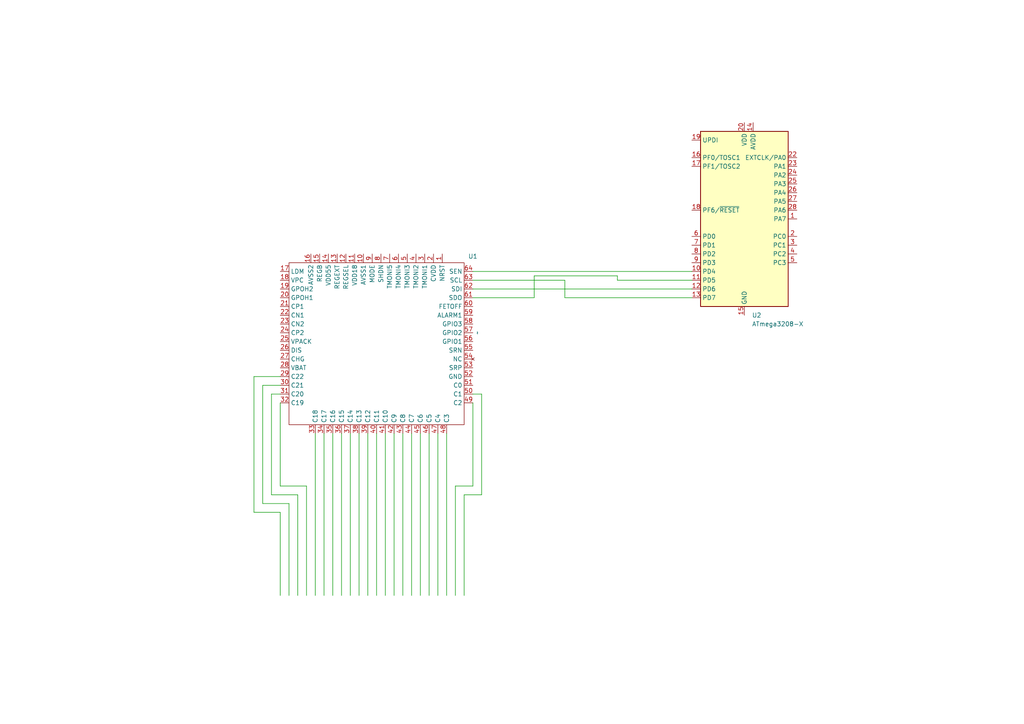
<source format=kicad_sch>
(kicad_sch (version 20230121) (generator eeschema)
  (paper "A4")
  (lib_symbols
    (symbol "CustomLib:KA49522A"
      (property "Reference" "U" (at 0 2.54 0))
      (symbol "KA49522A_1_1"
        (rectangle (start -22.86 -10.16) (end 24.13 -60.96))
        (pin output line (at -25.4 -16.51 0) (length 2.54) (name "NRST") (number "1"))
        (pin power_out line (at -25.4 -39.37 0) (length 2.54) (name "AVSS1") (number "10"))
        (pin power_out line (at -25.4 -41.91 0) (length 2.54) (name "VDD18") (number "11"))
        (pin input line (at -25.4 -44.45 0) (length 2.54) (name "REGSEL") (number "12"))
        (pin output line (at -25.4 -46.99 0) (length 2.54) (name "REGEXT") (number "13"))
        (pin output line (at -25.4 -49.53 0) (length 2.54) (name "VDD55") (number "14"))
        (pin output line (at -25.4 -52.07 0) (length 2.54) (name "REGB") (number "15"))
        (pin power_out line (at -25.4 -54.61 0) (length 2.54) (name "AVSS2") (number "16"))
        (pin input line (at -20.32 -63.5 90) (length 2.54) (name "LDM") (number "17"))
        (pin input line (at -17.78 -63.5 90) (length 2.54) (name "VPC") (number "18"))
        (pin output line (at -15.24 -63.5 90) (length 2.54) (name "GPOH2") (number "19"))
        (pin power_in line (at -25.4 -19.05 0) (length 2.54) (name "CVDD") (number "2"))
        (pin output line (at -12.7 -63.5 90) (length 2.54) (name "GPOH1") (number "20"))
        (pin output line (at -10.16 -63.5 90) (length 2.54) (name "CP1") (number "21"))
        (pin output line (at -7.62 -63.5 90) (length 2.54) (name "CN1") (number "22"))
        (pin output line (at -5.08 -63.5 90) (length 2.54) (name "CN2") (number "23"))
        (pin output line (at -2.54 -63.5 90) (length 2.54) (name "CP2") (number "24"))
        (pin power_in line (at 0 -63.5 90) (length 2.54) (name "VPACK") (number "25"))
        (pin output line (at 2.54 -63.5 90) (length 2.54) (name "DIS") (number "26"))
        (pin output line (at 5.08 -63.5 90) (length 2.54) (name "CHG") (number "27"))
        (pin power_in line (at 7.62 -63.5 90) (length 2.54) (name "VBAT") (number "28"))
        (pin input line (at 10.16 -63.5 90) (length 2.54) (name "C22") (number "29"))
        (pin input line (at -25.4 -21.59 0) (length 2.54) (name "TMONI1") (number "3"))
        (pin input line (at 12.7 -63.5 90) (length 2.54) (name "C21") (number "30"))
        (pin input line (at 15.24 -63.5 90) (length 2.54) (name "C20") (number "31"))
        (pin input line (at 17.78 -63.5 90) (length 2.54) (name "C19") (number "32"))
        (pin input line (at 26.67 -53.34 180) (length 2.54) (name "C18") (number "33"))
        (pin input line (at 26.67 -50.8 180) (length 2.54) (name "C17") (number "34"))
        (pin input line (at 26.67 -48.26 180) (length 2.54) (name "C16") (number "35"))
        (pin input line (at 26.67 -45.72 180) (length 2.54) (name "C15") (number "36"))
        (pin input line (at 26.67 -43.18 180) (length 2.54) (name "C14") (number "37"))
        (pin input line (at 26.67 -40.64 180) (length 2.54) (name "C13") (number "38"))
        (pin input line (at 26.67 -38.1 180) (length 2.54) (name "C12") (number "39"))
        (pin input line (at -25.4 -24.13 0) (length 2.54) (name "TMONI2") (number "4"))
        (pin input line (at 26.67 -35.56 180) (length 2.54) (name "C11") (number "40"))
        (pin input line (at 26.67 -33.02 180) (length 2.54) (name "C10") (number "41"))
        (pin input line (at 26.67 -30.48 180) (length 2.54) (name "C9") (number "42"))
        (pin input line (at 26.67 -27.94 180) (length 2.54) (name "C8") (number "43"))
        (pin input line (at 26.67 -25.4 180) (length 2.54) (name "C7") (number "44"))
        (pin input line (at 26.67 -22.86 180) (length 2.54) (name "C6") (number "45"))
        (pin input line (at 26.67 -20.32 180) (length 2.54) (name "C5") (number "46"))
        (pin input line (at 26.67 -17.78 180) (length 2.54) (name "C4") (number "47"))
        (pin input line (at 26.67 -15.24 180) (length 2.54) (name "C3") (number "48"))
        (pin input line (at 17.78 -7.62 270) (length 2.54) (name "C2") (number "49"))
        (pin input line (at -25.4 -26.67 0) (length 2.54) (name "TMONI3") (number "5"))
        (pin input line (at 15.24 -7.62 270) (length 2.54) (name "C1") (number "50"))
        (pin input line (at 12.7 -7.62 270) (length 2.54) (name "C0") (number "51"))
        (pin power_out line (at 10.16 -7.62 270) (length 2.54) (name "GND") (number "52"))
        (pin input line (at 7.62 -7.62 270) (length 2.54) (name "SRP") (number "53"))
        (pin no_connect line (at 5.08 -7.62 270) (length 2.54) (name "NC") (number "54"))
        (pin input line (at 2.54 -7.62 270) (length 2.54) (name "SRN") (number "55"))
        (pin bidirectional line (at 0 -7.62 270) (length 2.54) (name "GPIO1") (number "56"))
        (pin bidirectional line (at -2.54 -7.62 270) (length 2.54) (name "GPIO2") (number "57"))
        (pin bidirectional line (at -5.08 -7.62 270) (length 2.54) (name "GPIO3") (number "58"))
        (pin output line (at -7.62 -7.62 270) (length 2.54) (name "ALARM1") (number "59"))
        (pin input line (at -25.4 -29.21 0) (length 2.54) (name "TMONI4") (number "6"))
        (pin input line (at -10.16 -7.62 270) (length 2.54) (name "FETOFF") (number "60"))
        (pin output line (at -12.7 -7.62 270) (length 2.54) (name "SDO") (number "61"))
        (pin input line (at -15.24 -7.62 270) (length 2.54) (name "SDI") (number "62"))
        (pin input line (at -17.78 -7.62 270) (length 2.54) (name "SCL") (number "63"))
        (pin input line (at -20.32 -7.62 270) (length 2.54) (name "SEN") (number "64"))
        (pin input line (at -25.4 -31.75 0) (length 2.54) (name "TMONI5") (number "7"))
        (pin input line (at -25.4 -34.29 0) (length 2.54) (name "SHDN") (number "8"))
        (pin input line (at -25.4 -36.83 0) (length 2.54) (name "MODE") (number "9"))
      )
    )
    (symbol "MCU_Microchip_ATmega:ATmega3208-X"
      (property "Reference" "U" (at -12.7 26.67 0))
      (property "Value" "ATmega3208-X" (at 2.54 -26.67 0))
      (symbol "ATmega3208-X_0_1"
        (rectangle (start -12.7 -25.4) (end 12.7 25.4) (stroke (width 0.254)) (fill (type background)))
      )
      (symbol "ATmega3208-X_1_1"
        (pin bidirectional line (at 15.24 0 180) (length 2.54) (name "PA7") (number "1"))
        (pin bidirectional line (at -15.24 -15.24 0) (length 2.54) (name "PD4") (number "10"))
        (pin bidirectional line (at -15.24 -17.78 0) (length 2.54) (name "PD5") (number "11"))
        (pin bidirectional line (at -15.24 -20.32 0) (length 2.54) (name "PD6") (number "12"))
        (pin bidirectional line (at -15.24 -22.86 0) (length 2.54) (name "PD7") (number "13"))
        (pin power_in line (at 2.54 27.94 270) (length 2.54) (name "AVDD") (number "14"))
        (pin power_in line (at 0 -27.94 90) (length 2.54) (name "GND") (number "15"))
        (pin bidirectional line (at -15.24 17.78 0) (length 2.54) (name "PF0/TOSC1") (number "16"))
        (pin bidirectional line (at -15.24 15.24 0) (length 2.54) (name "PF1/TOSC2") (number "17"))
        (pin bidirectional line (at -15.24 2.54 0) (length 2.54) (name "PF6/~{RESET}") (number "18"))
        (pin bidirectional line (at -15.24 22.86 0) (length 2.54) (name "UPDI") (number "19"))
        (pin bidirectional line (at 15.24 -5.08 180) (length 2.54) (name "PC0") (number "2"))
        (pin power_in line (at 0 27.94 270) (length 2.54) (name "VDD") (number "20"))
        (pin passive line (at 0 -27.94 90) (length 2.54) hide (name "GND") (number "21"))
        (pin bidirectional line (at 15.24 17.78 180) (length 2.54) (name "EXTCLK/PA0") (number "22"))
        (pin bidirectional line (at 15.24 15.24 180) (length 2.54) (name "PA1") (number "23"))
        (pin bidirectional line (at 15.24 12.7 180) (length 2.54) (name "PA2") (number "24"))
        (pin bidirectional line (at 15.24 10.16 180) (length 2.54) (name "PA3") (number "25"))
        (pin bidirectional line (at 15.24 7.62 180) (length 2.54) (name "PA4") (number "26"))
        (pin bidirectional line (at 15.24 5.08 180) (length 2.54) (name "PA5") (number "27"))
        (pin bidirectional line (at 15.24 2.54 180) (length 2.54) (name "PA6") (number "28"))
        (pin bidirectional line (at 15.24 -7.62 180) (length 2.54) (name "PC1") (number "3"))
        (pin bidirectional line (at 15.24 -10.16 180) (length 2.54) (name "PC2") (number "4"))
        (pin bidirectional line (at 15.24 -12.7 180) (length 2.54) (name "PC3") (number "5"))
        (pin bidirectional line (at -15.24 -5.08 0) (length 2.54) (name "PD0") (number "6"))
        (pin bidirectional line (at -15.24 -7.62 0) (length 2.54) (name "PD1") (number "7"))
        (pin bidirectional line (at -15.24 -10.16 0) (length 2.54) (name "PD2") (number "8"))
        (pin bidirectional line (at -15.24 -12.7 0) (length 2.54) (name "PD3") (number "9"))
      )
    )
  )
  (wire (pts (xy 134.62 143.51) (xy 134.62 172.72)))
  (wire (pts (xy 137.16 86.36) (xy 154.94 86.36)))
  (wire (pts (xy 81.28 148.59) (xy 81.28 172.72)))
  (wire (pts (xy 132.08 140.97) (xy 132.08 172.72)))
  (wire (pts (xy 127 125.73) (xy 127 172.72)))
  (wire (pts (xy 139.7 114.3) (xy 139.7 143.51)))
  (wire (pts (xy 81.28 116.84) (xy 81.28 140.97)))
  (wire (pts (xy 121.92 125.73) (xy 121.92 172.72)))
  (wire (pts (xy 129.54 125.73) (xy 129.54 172.72)))
  (wire (pts (xy 88.9 140.97) (xy 88.9 172.72)))
  (wire (pts (xy 96.52 125.73) (xy 96.52 172.72)))
  (wire (pts (xy 139.7 143.51) (xy 134.62 143.51)))
  (wire (pts (xy 101.6 125.73) (xy 101.6 172.72)))
  (wire (pts (xy 137.16 81.28) (xy 163.83 81.28)))
  (wire (pts (xy 76.2 111.76) (xy 76.2 146.05)))
  (wire (pts (xy 137.16 78.74) (xy 200.66 78.74)))
  (wire (pts (xy 137.16 140.97) (xy 132.08 140.97)))
  (wire (pts (xy 83.82 146.05) (xy 83.82 172.72)))
  (wire (pts (xy 154.94 86.36) (xy 154.94 80.01)))
  (wire (pts (xy 81.28 111.76) (xy 76.2 111.76)))
  (wire (pts (xy 106.68 125.73) (xy 106.68 172.72)))
  (wire (pts (xy 91.44 125.73) (xy 91.44 172.72)))
  (wire (pts (xy 179.07 81.28) (xy 200.66 81.28)))
  (wire (pts (xy 137.16 83.82) (xy 200.66 83.82)))
  (wire (pts (xy 78.74 114.3) (xy 78.74 143.51)))
  (wire (pts (xy 78.74 143.51) (xy 86.36 143.51)))
  (wire (pts (xy 73.66 148.59) (xy 81.28 148.59)))
  (wire (pts (xy 93.98 125.73) (xy 93.98 172.72)))
  (wire (pts (xy 76.2 146.05) (xy 83.82 146.05)))
  (wire (pts (xy 81.28 114.3) (xy 78.74 114.3)))
  (wire (pts (xy 154.94 80.01) (xy 179.07 80.01)))
  (wire (pts (xy 116.84 125.73) (xy 116.84 172.72)))
  (wire (pts (xy 104.14 125.73) (xy 104.14 172.72)))
  (wire (pts (xy 163.83 86.36) (xy 200.66 86.36)))
  (wire (pts (xy 124.46 125.73) (xy 124.46 172.72)))
  (wire (pts (xy 179.07 80.01) (xy 179.07 81.28)))
  (wire (pts (xy 119.38 125.73) (xy 119.38 172.72)))
  (wire (pts (xy 99.06 125.73) (xy 99.06 172.72)))
  (wire (pts (xy 86.36 143.51) (xy 86.36 172.72)))
  (wire (pts (xy 163.83 81.28) (xy 163.83 86.36)))
  (wire (pts (xy 137.16 116.84) (xy 137.16 140.97)))
  (wire (pts (xy 109.22 125.73) (xy 109.22 172.72)))
  (wire (pts (xy 81.28 140.97) (xy 88.9 140.97)))
  (wire (pts (xy 114.3 125.73) (xy 114.3 172.72)))
  (wire (pts (xy 137.16 114.3) (xy 139.7 114.3)))
  (wire (pts (xy 73.66 109.22) (xy 73.66 148.59)))
  (wire (pts (xy 111.76 125.73) (xy 111.76 172.72)))
  (wire (pts (xy 81.28 109.22) (xy 73.66 109.22)))
  (symbol (lib_id "CustomLib:KA49522A") (at 144.78 99.06 270) (unit 1)
    (property "Reference" "U1" (at 137.16 74.3519 90))
    (property "Value" "~" (at 138.43 96.52 0))
    (property "Footprint" "Package_QFP:TQFP-64_10x10mm_P0.5mm" (effects hide))
  )
  (symbol (lib_id "MCU_Microchip_ATmega:ATmega3208-X") (at 215.9 63.5 0) (unit 1)
    (property "Reference" "U2" (at 218.0941 91.44 0) (effects (justify left)))
    (property "Value" "ATmega3208-X" (at 218.0941 93.98 0) (effects (justify left)))
    (property "Footprint" "Package_SO:SSOP-28_5.3x10.2mm_P0.65mm" (effects hide))
    (property "Datasheet" "http://ww1.microchip.com/downloads/en/DeviceDoc/40002018A.pdf" (effects hide))
  )
)
</source>
